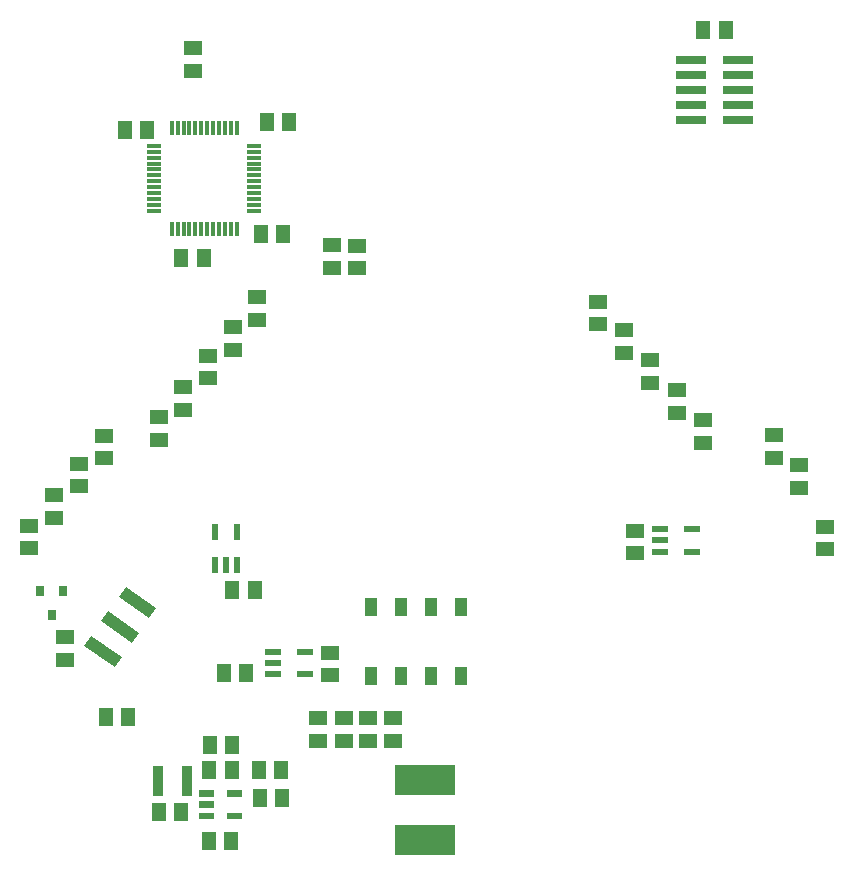
<source format=gbr>
G04 EAGLE Gerber X2 export*
%TF.Part,Single*%
%TF.FileFunction,Paste,Bot*%
%TF.FilePolarity,Positive*%
%TF.GenerationSoftware,Autodesk,EAGLE,9.0.1*%
%TF.CreationDate,2018-06-26T08:14:36Z*%
G75*
%MOIN*%
%FSLAX34Y34*%
%LPD*%
%AMOC8*
5,1,8,0,0,1.08239X$1,22.5*%
G01*
%ADD10R,0.011811X0.047244*%
%ADD11R,0.047244X0.011811*%
%ADD12R,0.033465X0.098425*%
%ADD13R,0.051181X0.059055*%
%ADD14R,0.059055X0.051181*%
%ADD15R,0.022000X0.052000*%
%ADD16R,0.052000X0.022000*%
%ADD17R,0.098425X0.025591*%
%ADD18C,0.003031*%
%ADD19R,0.031000X0.035000*%
%ADD20R,0.039000X0.061000*%
%ADD21R,0.200000X0.100000*%
%ADD22R,0.040157X0.124803*%


D10*
X8229Y41096D03*
X8032Y41096D03*
X7835Y41096D03*
X7638Y41096D03*
X7441Y41096D03*
X7244Y41096D03*
X7048Y41096D03*
X6851Y41096D03*
X6654Y41096D03*
X6457Y41096D03*
X6260Y41096D03*
X6063Y41096D03*
D11*
X5473Y41687D03*
X5473Y41883D03*
X5473Y42080D03*
X5473Y42277D03*
X5473Y42474D03*
X5473Y42671D03*
X5473Y42868D03*
X5473Y43065D03*
X5473Y43261D03*
X5473Y43458D03*
X5473Y43655D03*
X5473Y43852D03*
D10*
X6063Y44443D03*
X6260Y44443D03*
X6457Y44443D03*
X6654Y44443D03*
X6851Y44443D03*
X7048Y44443D03*
X7244Y44443D03*
X7441Y44443D03*
X7638Y44443D03*
X7835Y44443D03*
X8032Y44443D03*
X8229Y44443D03*
D11*
X8819Y43852D03*
X8819Y43655D03*
X8819Y43458D03*
X8819Y43261D03*
X8819Y43065D03*
X8819Y42868D03*
X8819Y42671D03*
X8819Y42474D03*
X8819Y42277D03*
X8819Y42080D03*
X8819Y41883D03*
X8819Y41687D03*
D12*
X6560Y22666D03*
X5595Y22666D03*
D13*
X8064Y23046D03*
X7316Y23046D03*
X9720Y23059D03*
X8972Y23059D03*
X8996Y22106D03*
X9744Y22106D03*
X5636Y21646D03*
X6384Y21646D03*
X7326Y23886D03*
X8074Y23886D03*
X8044Y20666D03*
X7296Y20666D03*
D14*
X5625Y34800D03*
X5625Y34052D03*
X2978Y33250D03*
X2978Y32502D03*
X3812Y34180D03*
X3812Y33432D03*
X23766Y34700D03*
X23766Y33952D03*
X22889Y35700D03*
X22889Y34952D03*
X21135Y37700D03*
X21135Y36952D03*
X8094Y37800D03*
X8094Y37052D03*
X7271Y36850D03*
X7271Y36102D03*
X6448Y35800D03*
X6448Y35052D03*
X2145Y32200D03*
X2145Y31452D03*
X1312Y31180D03*
X1312Y30432D03*
X27846Y31150D03*
X27846Y30402D03*
X26143Y34200D03*
X26143Y33452D03*
X22012Y36700D03*
X22012Y35952D03*
X20259Y38650D03*
X20259Y37902D03*
X8918Y38800D03*
X8918Y38052D03*
D15*
X8251Y29893D03*
X7881Y29893D03*
X7511Y29893D03*
X7511Y30973D03*
X8251Y30973D03*
D16*
X22326Y30329D03*
X22326Y30699D03*
X22326Y31069D03*
X23406Y31069D03*
X23406Y30329D03*
D17*
X24943Y46721D03*
X23368Y46721D03*
X24943Y46221D03*
X23368Y46221D03*
X24943Y45721D03*
X23368Y45721D03*
X24943Y45221D03*
X23368Y45221D03*
X24943Y44721D03*
X23368Y44721D03*
D14*
X26969Y33200D03*
X26969Y32452D03*
D13*
X8824Y29050D03*
X8076Y29050D03*
D14*
X21500Y30276D03*
X21500Y31024D03*
D13*
X24534Y47730D03*
X23786Y47730D03*
D18*
X7432Y21439D02*
X6974Y21439D01*
X6974Y21625D01*
X7432Y21625D01*
X7432Y21439D01*
X7432Y21468D02*
X6974Y21468D01*
X6974Y21497D02*
X7432Y21497D01*
X7432Y21526D02*
X6974Y21526D01*
X6974Y21555D02*
X7432Y21555D01*
X7432Y21584D02*
X6974Y21584D01*
X6974Y21613D02*
X7432Y21613D01*
X7432Y21813D02*
X6974Y21813D01*
X6974Y21999D01*
X7432Y21999D01*
X7432Y21813D01*
X7432Y21842D02*
X6974Y21842D01*
X6974Y21871D02*
X7432Y21871D01*
X7432Y21900D02*
X6974Y21900D01*
X6974Y21929D02*
X7432Y21929D01*
X7432Y21958D02*
X6974Y21958D01*
X6974Y21987D02*
X7432Y21987D01*
X7432Y22187D02*
X6974Y22187D01*
X6974Y22373D01*
X7432Y22373D01*
X7432Y22187D01*
X7432Y22216D02*
X6974Y22216D01*
X6974Y22245D02*
X7432Y22245D01*
X7432Y22274D02*
X6974Y22274D01*
X6974Y22303D02*
X7432Y22303D01*
X7432Y22332D02*
X6974Y22332D01*
X6974Y22361D02*
X7432Y22361D01*
X7907Y22187D02*
X8365Y22187D01*
X7907Y22187D02*
X7907Y22373D01*
X8365Y22373D01*
X8365Y22187D01*
X8365Y22216D02*
X7907Y22216D01*
X7907Y22245D02*
X8365Y22245D01*
X8365Y22274D02*
X7907Y22274D01*
X7907Y22303D02*
X8365Y22303D01*
X8365Y22332D02*
X7907Y22332D01*
X7907Y22361D02*
X8365Y22361D01*
X8365Y21439D02*
X7907Y21439D01*
X7907Y21625D01*
X8365Y21625D01*
X8365Y21439D01*
X8365Y21468D02*
X7907Y21468D01*
X7907Y21497D02*
X8365Y21497D01*
X8365Y21526D02*
X7907Y21526D01*
X7907Y21555D02*
X8365Y21555D01*
X8365Y21584D02*
X7907Y21584D01*
X7907Y21613D02*
X8365Y21613D01*
D14*
X11348Y26202D03*
X11348Y26950D03*
D16*
X9428Y26235D03*
X9428Y26605D03*
X9428Y26975D03*
X10508Y26975D03*
X10508Y26235D03*
D13*
X8545Y26271D03*
X7797Y26271D03*
D14*
X13448Y24780D03*
X13448Y24031D03*
X11791Y24780D03*
X11791Y24031D03*
X12621Y24031D03*
X12621Y24780D03*
X10929Y24027D03*
X10929Y24775D03*
D19*
X1682Y29030D03*
X2442Y29030D03*
X2062Y28230D03*
D14*
X2500Y27474D03*
X2500Y26726D03*
D13*
X4614Y24798D03*
X3866Y24798D03*
X9224Y44660D03*
X9972Y44660D03*
D14*
X6780Y46364D03*
X6780Y47112D03*
D13*
X6376Y40120D03*
X7124Y40120D03*
D14*
X12240Y40516D03*
X12240Y39768D03*
X11390Y39784D03*
X11390Y40532D03*
D20*
X15692Y26193D03*
X15692Y28483D03*
X14692Y26193D03*
X14692Y28483D03*
X13692Y26193D03*
X13692Y28483D03*
X12692Y26193D03*
X12692Y28483D03*
D13*
X9026Y40900D03*
X9774Y40900D03*
X5244Y44390D03*
X4496Y44390D03*
D21*
X14520Y20710D03*
X14520Y22710D03*
D22*
G36*
X4396Y26807D02*
X4165Y26478D01*
X3144Y27193D01*
X3375Y27522D01*
X4396Y26807D01*
G37*
G36*
X4970Y27626D02*
X4739Y27297D01*
X3718Y28012D01*
X3949Y28341D01*
X4970Y27626D01*
G37*
G36*
X5543Y28445D02*
X5312Y28116D01*
X4291Y28831D01*
X4522Y29160D01*
X5543Y28445D01*
G37*
M02*

</source>
